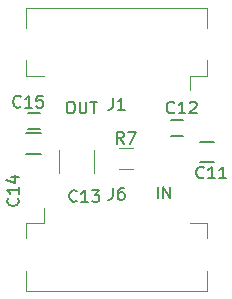
<source format=gbr>
G04 #@! TF.GenerationSoftware,KiCad,Pcbnew,5.1.4+dfsg1-1*
G04 #@! TF.CreationDate,2020-09-03T16:08:26+02:00*
G04 #@! TF.ProjectId,FPC_INVERTER,4650435f-494e-4564-9552-5445522e6b69,rev?*
G04 #@! TF.SameCoordinates,PX5095e20PY1312d00*
G04 #@! TF.FileFunction,Legend,Top*
G04 #@! TF.FilePolarity,Positive*
%FSLAX46Y46*%
G04 Gerber Fmt 4.6, Leading zero omitted, Abs format (unit mm)*
G04 Created by KiCad (PCBNEW 5.1.4+dfsg1-1) date 2020-09-03 16:08:26*
%MOMM*%
%LPD*%
G04 APERTURE LIST*
%ADD10C,0.150000*%
%ADD11C,0.120000*%
%ADD12R,1.800000X2.200000*%
%ADD13R,0.300000X1.300000*%
%ADD14R,1.000000X1.300000*%
%ADD15R,0.900000X0.900000*%
%ADD16R,2.500000X1.000000*%
%ADD17R,1.500000X1.300000*%
%ADD18C,0.600000*%
%ADD19C,0.889000*%
G04 APERTURE END LIST*
D10*
X12976190Y-16652380D02*
X12976190Y-15652380D01*
X13452380Y-16652380D02*
X13452380Y-15652380D01*
X14023809Y-16652380D01*
X14023809Y-15652380D01*
X5500000Y-8452380D02*
X5690476Y-8452380D01*
X5785714Y-8500000D01*
X5880952Y-8595238D01*
X5928571Y-8785714D01*
X5928571Y-9119047D01*
X5880952Y-9309523D01*
X5785714Y-9404761D01*
X5690476Y-9452380D01*
X5500000Y-9452380D01*
X5404761Y-9404761D01*
X5309523Y-9309523D01*
X5261904Y-9119047D01*
X5261904Y-8785714D01*
X5309523Y-8595238D01*
X5404761Y-8500000D01*
X5500000Y-8452380D01*
X6357142Y-8452380D02*
X6357142Y-9261904D01*
X6404761Y-9357142D01*
X6452380Y-9404761D01*
X6547619Y-9452380D01*
X6738095Y-9452380D01*
X6833333Y-9404761D01*
X6880952Y-9357142D01*
X6928571Y-9261904D01*
X6928571Y-8452380D01*
X7261904Y-8452380D02*
X7833333Y-8452380D01*
X7547619Y-9452380D02*
X7547619Y-8452380D01*
D11*
X3340000Y-18700000D02*
X1850000Y-18700000D01*
X1850000Y-18700000D02*
X1850000Y-20040000D01*
X15660000Y-18700000D02*
X17150000Y-18700000D01*
X17150000Y-18700000D02*
X17150000Y-20040000D01*
X1850000Y-22760000D02*
X1850000Y-24500000D01*
X1850000Y-24500000D02*
X17150000Y-24500000D01*
X17150000Y-24500000D02*
X17150000Y-22760000D01*
X3340000Y-18700000D02*
X3340000Y-17500000D01*
D10*
X17770000Y-13595000D02*
X16570000Y-13595000D01*
X16570000Y-11845000D02*
X17770000Y-11845000D01*
X14110000Y-10015000D02*
X15110000Y-10015000D01*
X15110000Y-11365000D02*
X14110000Y-11365000D01*
D11*
X4620000Y-12530000D02*
X4620000Y-14530000D01*
X7580000Y-14530000D02*
X7580000Y-12530000D01*
D10*
X1850000Y-11125000D02*
X3050000Y-11125000D01*
X3050000Y-12875000D02*
X1850000Y-12875000D01*
X3000000Y-10750001D02*
X2000000Y-10750001D01*
X2000000Y-9400001D02*
X3000000Y-9400001D01*
D11*
X15660000Y-6300000D02*
X15660000Y-7500000D01*
X1850000Y-500000D02*
X1850000Y-2240000D01*
X17150000Y-500000D02*
X1850000Y-500000D01*
X17150000Y-2240000D02*
X17150000Y-500000D01*
X1850000Y-6300000D02*
X1850000Y-4960000D01*
X3340000Y-6300000D02*
X1850000Y-6300000D01*
X17150000Y-6300000D02*
X17150000Y-4960000D01*
X15660000Y-6300000D02*
X17150000Y-6300000D01*
X9650000Y-12370000D02*
X10850000Y-12370000D01*
X10850000Y-14130000D02*
X9650000Y-14130000D01*
D10*
X9166666Y-15752380D02*
X9166666Y-16466666D01*
X9119047Y-16609523D01*
X9023809Y-16704761D01*
X8880952Y-16752380D01*
X8785714Y-16752380D01*
X10071428Y-15752380D02*
X9880952Y-15752380D01*
X9785714Y-15800000D01*
X9738095Y-15847619D01*
X9642857Y-15990476D01*
X9595238Y-16180952D01*
X9595238Y-16561904D01*
X9642857Y-16657142D01*
X9690476Y-16704761D01*
X9785714Y-16752380D01*
X9976190Y-16752380D01*
X10071428Y-16704761D01*
X10119047Y-16657142D01*
X10166666Y-16561904D01*
X10166666Y-16323809D01*
X10119047Y-16228571D01*
X10071428Y-16180952D01*
X9976190Y-16133333D01*
X9785714Y-16133333D01*
X9690476Y-16180952D01*
X9642857Y-16228571D01*
X9595238Y-16323809D01*
X16857142Y-14857142D02*
X16809523Y-14904761D01*
X16666666Y-14952380D01*
X16571428Y-14952380D01*
X16428571Y-14904761D01*
X16333333Y-14809523D01*
X16285714Y-14714285D01*
X16238095Y-14523809D01*
X16238095Y-14380952D01*
X16285714Y-14190476D01*
X16333333Y-14095238D01*
X16428571Y-14000000D01*
X16571428Y-13952380D01*
X16666666Y-13952380D01*
X16809523Y-14000000D01*
X16857142Y-14047619D01*
X17809523Y-14952380D02*
X17238095Y-14952380D01*
X17523809Y-14952380D02*
X17523809Y-13952380D01*
X17428571Y-14095238D01*
X17333333Y-14190476D01*
X17238095Y-14238095D01*
X18761904Y-14952380D02*
X18190476Y-14952380D01*
X18476190Y-14952380D02*
X18476190Y-13952380D01*
X18380952Y-14095238D01*
X18285714Y-14190476D01*
X18190476Y-14238095D01*
X14357142Y-9357142D02*
X14309523Y-9404761D01*
X14166666Y-9452380D01*
X14071428Y-9452380D01*
X13928571Y-9404761D01*
X13833333Y-9309523D01*
X13785714Y-9214285D01*
X13738095Y-9023809D01*
X13738095Y-8880952D01*
X13785714Y-8690476D01*
X13833333Y-8595238D01*
X13928571Y-8500000D01*
X14071428Y-8452380D01*
X14166666Y-8452380D01*
X14309523Y-8500000D01*
X14357142Y-8547619D01*
X15309523Y-9452380D02*
X14738095Y-9452380D01*
X15023809Y-9452380D02*
X15023809Y-8452380D01*
X14928571Y-8595238D01*
X14833333Y-8690476D01*
X14738095Y-8738095D01*
X15690476Y-8547619D02*
X15738095Y-8500000D01*
X15833333Y-8452380D01*
X16071428Y-8452380D01*
X16166666Y-8500000D01*
X16214285Y-8547619D01*
X16261904Y-8642857D01*
X16261904Y-8738095D01*
X16214285Y-8880952D01*
X15642857Y-9452380D01*
X16261904Y-9452380D01*
X6107142Y-16857142D02*
X6059523Y-16904761D01*
X5916666Y-16952380D01*
X5821428Y-16952380D01*
X5678571Y-16904761D01*
X5583333Y-16809523D01*
X5535714Y-16714285D01*
X5488095Y-16523809D01*
X5488095Y-16380952D01*
X5535714Y-16190476D01*
X5583333Y-16095238D01*
X5678571Y-16000000D01*
X5821428Y-15952380D01*
X5916666Y-15952380D01*
X6059523Y-16000000D01*
X6107142Y-16047619D01*
X7059523Y-16952380D02*
X6488095Y-16952380D01*
X6773809Y-16952380D02*
X6773809Y-15952380D01*
X6678571Y-16095238D01*
X6583333Y-16190476D01*
X6488095Y-16238095D01*
X7392857Y-15952380D02*
X8011904Y-15952380D01*
X7678571Y-16333333D01*
X7821428Y-16333333D01*
X7916666Y-16380952D01*
X7964285Y-16428571D01*
X8011904Y-16523809D01*
X8011904Y-16761904D01*
X7964285Y-16857142D01*
X7916666Y-16904761D01*
X7821428Y-16952380D01*
X7535714Y-16952380D01*
X7440476Y-16904761D01*
X7392857Y-16857142D01*
X1107142Y-16642857D02*
X1154761Y-16690476D01*
X1202380Y-16833333D01*
X1202380Y-16928571D01*
X1154761Y-17071428D01*
X1059523Y-17166666D01*
X964285Y-17214285D01*
X773809Y-17261904D01*
X630952Y-17261904D01*
X440476Y-17214285D01*
X345238Y-17166666D01*
X250000Y-17071428D01*
X202380Y-16928571D01*
X202380Y-16833333D01*
X250000Y-16690476D01*
X297619Y-16642857D01*
X1202380Y-15690476D02*
X1202380Y-16261904D01*
X1202380Y-15976190D02*
X202380Y-15976190D01*
X345238Y-16071428D01*
X440476Y-16166666D01*
X488095Y-16261904D01*
X535714Y-14833333D02*
X1202380Y-14833333D01*
X154761Y-15071428D02*
X869047Y-15309523D01*
X869047Y-14690476D01*
X1357142Y-8857142D02*
X1309523Y-8904761D01*
X1166666Y-8952380D01*
X1071428Y-8952380D01*
X928571Y-8904761D01*
X833333Y-8809523D01*
X785714Y-8714285D01*
X738095Y-8523809D01*
X738095Y-8380952D01*
X785714Y-8190476D01*
X833333Y-8095238D01*
X928571Y-8000000D01*
X1071428Y-7952380D01*
X1166666Y-7952380D01*
X1309523Y-8000000D01*
X1357142Y-8047619D01*
X2309523Y-8952380D02*
X1738095Y-8952380D01*
X2023809Y-8952380D02*
X2023809Y-7952380D01*
X1928571Y-8095238D01*
X1833333Y-8190476D01*
X1738095Y-8238095D01*
X3214285Y-7952380D02*
X2738095Y-7952380D01*
X2690476Y-8428571D01*
X2738095Y-8380952D01*
X2833333Y-8333333D01*
X3071428Y-8333333D01*
X3166666Y-8380952D01*
X3214285Y-8428571D01*
X3261904Y-8523809D01*
X3261904Y-8761904D01*
X3214285Y-8857142D01*
X3166666Y-8904761D01*
X3071428Y-8952380D01*
X2833333Y-8952380D01*
X2738095Y-8904761D01*
X2690476Y-8857142D01*
X9166666Y-8152380D02*
X9166666Y-8866666D01*
X9119047Y-9009523D01*
X9023809Y-9104761D01*
X8880952Y-9152380D01*
X8785714Y-9152380D01*
X10166666Y-9152380D02*
X9595238Y-9152380D01*
X9880952Y-9152380D02*
X9880952Y-8152380D01*
X9785714Y-8295238D01*
X9690476Y-8390476D01*
X9595238Y-8438095D01*
X10083333Y-12002380D02*
X9750000Y-11526190D01*
X9511904Y-12002380D02*
X9511904Y-11002380D01*
X9892857Y-11002380D01*
X9988095Y-11050000D01*
X10035714Y-11097619D01*
X10083333Y-11192857D01*
X10083333Y-11335714D01*
X10035714Y-11430952D01*
X9988095Y-11478571D01*
X9892857Y-11526190D01*
X9511904Y-11526190D01*
X10416666Y-11002380D02*
X11083333Y-11002380D01*
X10654761Y-12002380D01*
%LPC*%
D12*
X17150000Y-21400000D03*
X1850000Y-21400000D03*
D13*
X3750000Y-18150000D03*
X4250000Y-18150000D03*
X4750000Y-18150000D03*
X5250000Y-18150000D03*
X5750000Y-18150000D03*
X6250000Y-18150000D03*
X6750000Y-18150000D03*
X7250000Y-18150000D03*
X7750000Y-18150000D03*
X8250000Y-18150000D03*
X8750000Y-18150000D03*
X9250000Y-18150000D03*
X9750000Y-18150000D03*
X10250000Y-18150000D03*
X10750000Y-18150000D03*
X11250000Y-18150000D03*
X11750000Y-18150000D03*
X12250000Y-18150000D03*
X12750000Y-18150000D03*
X13250000Y-18150000D03*
X13750000Y-18150000D03*
X14250000Y-18150000D03*
X14750000Y-18150000D03*
X15250000Y-18150000D03*
D14*
X16120000Y-12720000D03*
X18220000Y-12720000D03*
D15*
X15560000Y-10690000D03*
X13660000Y-10690000D03*
D16*
X6100000Y-15030000D03*
X6100000Y-12030000D03*
D14*
X3500000Y-12000000D03*
X1400000Y-12000000D03*
D15*
X1550000Y-10075001D03*
X3450000Y-10075001D03*
D13*
X3750000Y-6850000D03*
X4250000Y-6850000D03*
X4750000Y-6850000D03*
X5250000Y-6850000D03*
X5750000Y-6850000D03*
X6250000Y-6850000D03*
X6750000Y-6850000D03*
X7250000Y-6850000D03*
X7750000Y-6850000D03*
X8250000Y-6850000D03*
X8750000Y-6850000D03*
X9250000Y-6850000D03*
X9750000Y-6850000D03*
X10250000Y-6850000D03*
X10750000Y-6850000D03*
X11250000Y-6850000D03*
X11750000Y-6850000D03*
X12250000Y-6850000D03*
X12750000Y-6850000D03*
X13250000Y-6850000D03*
X13750000Y-6850000D03*
X14250000Y-6850000D03*
X14750000Y-6850000D03*
X15250000Y-6850000D03*
D12*
X17150000Y-3600000D03*
X1850000Y-3600000D03*
D17*
X11600000Y-13250000D03*
X8900000Y-13250000D03*
D18*
X4270000Y-1200000D03*
X2190000Y-16310000D03*
X11120000Y-4130000D03*
X12490000Y-2970000D03*
X17330000Y-9700000D03*
X12958032Y-23902000D03*
X15810000Y-14820000D03*
X15030000Y-20720000D03*
X9623000Y-20387963D03*
X14840000Y-14800000D03*
X8055964Y-998000D03*
X2540000Y-14280000D03*
X9740000Y-14810000D03*
X8750000Y-3620000D03*
X8750000Y-10370000D03*
X10280000Y-21000000D03*
X10750000Y-14800000D03*
X8250000Y-4650000D03*
X7760000Y-10340000D03*
X11200000Y-21570000D03*
X11750000Y-14790000D03*
X7340000Y-2940000D03*
X6750000Y-10340000D03*
X12250000Y-21860000D03*
X12750000Y-14750000D03*
X6270000Y-2380000D03*
X5750000Y-10325000D03*
X13275000Y-22400000D03*
X4750000Y-10300000D03*
X14250000Y-22425000D03*
D19*
X17690000Y-16030000D03*
X5470000Y-23250000D03*
X2570000Y-17940000D03*
X3860000Y-14870000D03*
X16490000Y-17950000D03*
X18250000Y-10750000D03*
X750000Y-13500000D03*
D18*
X13750000Y-14700000D03*
X5300000Y-2325000D03*
M02*

</source>
